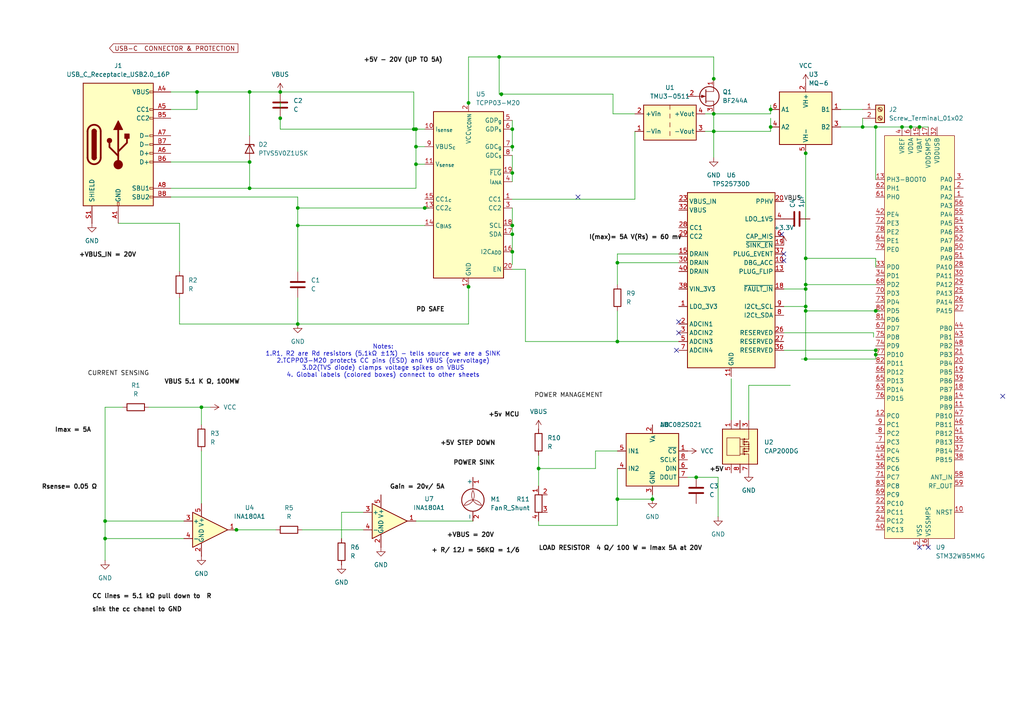
<source format=kicad_sch>
(kicad_sch (version 20250114) (generator "eeschema") (generator_version "9.0")
  (paper "A4")
  (lib_symbols
    (symbol "Amplifier_Current:INA180A1" (pin_names (offset 0.127))
      (property "Reference" "U" (at 3.81 3.81 0))
      (property "Value" "INA180A1" (at 3.81 -2.54 0))
      (symbol "INA180A1_0_1"
        (polyline (pts (xy 5.08 0) (xy -5.08 5.08) (xy -5.08 -5.08) (xy 5.08 0)) (stroke (width 0.254)) (fill (type background)))
      )
      (symbol "INA180A1_1_1"
        (pin input line (at -7.62 2.54 0) (length 2.54) (name "+") (number "3"))
        (pin input line (at -7.62 -2.54 0) (length 2.54) (name "-") (number "4"))
        (pin power_in line (at -2.54 7.62 270) (length 3.81) (name "V+") (number "5"))
        (pin power_in line (at -2.54 -7.62 90) (length 3.81) (name "GND") (number "2"))
        (pin output line (at 7.62 0 180) (length 2.54) (name "~") (number "1"))
      )
    )
    (symbol "Analog_ADC:ADC082S021"
      (property "Reference" "U" (at -7.874 8.89 0))
      (property "Value" "ADC082S021" (at 0.508 -9.144 0))
      (symbol "ADC082S021_0_1"
        (rectangle (start -7.62 7.62) (end 7.62 -7.62) (stroke (width 0.254)) (fill (type background)))
      )
      (symbol "ADC082S021_1_1"
        (pin input line (at -10.16 2.54 0) (length 2.54) (name "IN1") (number "5"))
        (pin input line (at -10.16 -2.54 0) (length 2.54) (name "IN2") (number "4"))
        (pin power_in line (at 0 10.16 270) (length 2.54) (name "V_{A}") (number "2"))
        (pin power_in line (at 0 -10.16 90) (length 2.54) (name "GND") (number "3"))
        (pin input line (at 10.16 2.54 180) (length 2.54) (name "~{CS}") (number "1"))
        (pin input line (at 10.16 0 180) (length 2.54) (name "SCLK") (number "8"))
        (pin input line (at 10.16 -2.54 180) (length 2.54) (name "DIN") (number "6"))
        (pin output line (at 10.16 -5.08 180) (length 2.54) (name "DOUT") (number "7"))
      )
    )
    (symbol "Connector:Screw_Terminal_01x02" (pin_names (offset 1.016) (hide yes))
      (property "Reference" "J" (at 0 2.54 0))
      (property "Value" "Screw_Terminal_01x02" (at 0 -5.08 0))
      (symbol "Screw_Terminal_01x02_1_1"
        (rectangle (start -1.27 1.27) (end 1.27 -3.81) (stroke (width 0.254)) (fill (type background)))
        (polyline (pts (xy -0.5334 0.3302) (xy 0.3302 -0.508)) (stroke (width 0.1524)))
        (polyline (pts (xy -0.5334 -2.2098) (xy 0.3302 -3.048)) (stroke (width 0.1524)))
        (polyline (pts (xy -0.3556 0.508) (xy 0.508 -0.3302)) (stroke (width 0.1524)))
        (polyline (pts (xy -0.3556 -2.032) (xy 0.508 -2.8702)) (stroke (width 0.1524)))
        (circle (center 0 0) (radius 0.635) (stroke (width 0.1524)))
        (circle (center 0 -2.54) (radius 0.635) (stroke (width 0.1524)))
        (pin passive line (at -5.08 0 0) (length 3.81) (name "Pin_1") (number "1"))
        (pin passive line (at -5.08 -2.54 0) (length 3.81) (name "Pin_2") (number "2"))
      )
    )
    (symbol "Connector:USB_C_Receptacle_USB2.0_16P" (pin_names (offset 1.016))
      (property "Reference" "J" (at 0 22.225 0))
      (property "Value" "USB_C_Receptacle_USB2.0_16P" (at 0 19.685 0))
      (symbol "USB_C_Receptacle_USB2.0_16P_0_0"
        (rectangle (start -0.254 -17.78) (end 0.254 -16.764))
        (rectangle (start 10.16 15.494) (end 9.144 14.986))
        (rectangle (start 10.16 10.414) (end 9.144 9.906))
        (rectangle (start 10.16 7.874) (end 9.144 7.366))
        (rectangle (start 10.16 2.794) (end 9.144 2.286))
        (rectangle (start 10.16 0.254) (end 9.144 -0.254))
        (rectangle (start 10.16 -2.286) (end 9.144 -2.794))
        (rectangle (start 10.16 -4.826) (end 9.144 -5.334))
        (rectangle (start 10.16 -12.446) (end 9.144 -12.954))
        (rectangle (start 10.16 -14.986) (end 9.144 -15.494))
      )
      (symbol "USB_C_Receptacle_USB2.0_16P_0_1"
        (rectangle (start -10.16 17.78) (end 10.16 -17.78) (stroke (width 0.254)) (fill (type background)))
        (polyline (pts (xy -8.89 -3.81) (xy -8.89 3.81)) (stroke (width 0.508)))
        (rectangle (start -7.62 -3.81) (end -6.35 3.81) (stroke (width 0.254)) (fill (type outline)))
        (arc (start -7.62 3.81) (mid -6.985 4.4423) (end -6.35 3.81) (stroke (width 0.254)))
        (arc (start -7.62 3.81) (mid -6.985 4.4423) (end -6.35 3.81) (stroke (width 0.254)) (fill (type outline)))
        (arc (start -8.89 3.81) (mid -6.985 5.7067) (end -5.08 3.81) (stroke (width 0.508)))
        (arc (start -5.08 -3.81) (mid -6.985 -5.7067) (end -8.89 -3.81) (stroke (width 0.508)))
        (arc (start -6.35 -3.81) (mid -6.985 -4.4423) (end -7.62 -3.81) (stroke (width 0.254)))
        (arc (start -6.35 -3.81) (mid -6.985 -4.4423) (end -7.62 -3.81) (stroke (width 0.254)) (fill (type outline)))
        (polyline (pts (xy -5.08 3.81) (xy -5.08 -3.81)) (stroke (width 0.508)))
        (circle (center -2.54 1.143) (radius 0.635) (stroke (width 0.254)) (fill (type outline)))
        (polyline (pts (xy -1.27 4.318) (xy 0 6.858) (xy 1.27 4.318) (xy -1.27 4.318)) (stroke (width 0.254)) (fill (type outline)))
        (polyline (pts (xy 0 -2.032) (xy 2.54 0.508) (xy 2.54 1.778)) (stroke (width 0.508)))
        (polyline (pts (xy 0 -3.302) (xy -2.54 -0.762) (xy -2.54 0.508)) (stroke (width 0.508)))
        (polyline (pts (xy 0 -5.842) (xy 0 4.318)) (stroke (width 0.508)))
        (circle (center 0 -5.842) (radius 1.27) (fill (type outline)))
        (rectangle (start 1.905 1.778) (end 3.175 3.048) (stroke (width 0.254)) (fill (type outline)))
      )
      (symbol "USB_C_Receptacle_USB2.0_16P_1_1"
        (pin passive line (at -7.62 -22.86 90) (length 5.08) (name "SHIELD") (number "S1"))
        (pin passive line (at 0 -22.86 90) (length 5.08) (name "GND") (number "A1"))
        (pin passive line (at 0 -22.86 90) (length 5.08) (hide yes) (name "GND") (number "A12"))
        (pin passive line (at 0 -22.86 90) (length 5.08) (hide yes) (name "GND") (number "B1"))
        (pin passive line (at 0 -22.86 90) (length 5.08) (hide yes) (name "GND") (number "B12"))
        (pin passive line (at 15.24 15.24 180) (length 5.08) (name "VBUS") (number "A4"))
        (pin passive line (at 15.24 15.24 180) (length 5.08) (hide yes) (name "VBUS") (number "A9"))
        (pin passive line (at 15.24 15.24 180) (length 5.08) (hide yes) (name "VBUS") (number "B4"))
        (pin passive line (at 15.24 15.24 180) (length 5.08) (hide yes) (name "VBUS") (number "B9"))
        (pin bidirectional line (at 15.24 10.16 180) (length 5.08) (name "CC1") (number "A5"))
        (pin bidirectional line (at 15.24 7.62 180) (length 5.08) (name "CC2") (number "B5"))
        (pin bidirectional line (at 15.24 2.54 180) (length 5.08) (name "D-") (number "A7"))
        (pin bidirectional line (at 15.24 0 180) (length 5.08) (name "D-") (number "B7"))
        (pin bidirectional line (at 15.24 -2.54 180) (length 5.08) (name "D+") (number "A6"))
        (pin bidirectional line (at 15.24 -5.08 180) (length 5.08) (name "D+") (number "B6"))
        (pin bidirectional line (at 15.24 -12.7 180) (length 5.08) (name "SBU1") (number "A8"))
        (pin bidirectional line (at 15.24 -15.24 180) (length 5.08) (name "SBU2") (number "B8"))
      )
    )
    (symbol "Converter_DCDC:TMU3-0511"
      (property "Reference" "U" (at -6.35 6.35 0))
      (property "Value" "TMU3-0511" (at 2.54 6.35 0))
      (symbol "TMU3-0511_0_0"
        (pin power_in line (at -10.16 2.54 0) (length 2.54) (name "+Vin") (number "2"))
        (pin power_in line (at -10.16 -2.54 0) (length 2.54) (name "-Vin") (number "1"))
        (pin power_out line (at 10.16 2.54 180) (length 2.54) (name "+Vout") (number "4"))
        (pin power_out line (at 10.16 -2.54 180) (length 2.54) (name "-Vout") (number "3"))
      )
      (symbol "TMU3-0511_0_1"
        (rectangle (start -7.62 5.08) (end 7.62 -5.08) (stroke (width 0.254)) (fill (type background)))
        (polyline (pts (xy 0 5.08) (xy 0 3.81)))
        (polyline (pts (xy 0 2.54) (xy 0 1.27)))
        (polyline (pts (xy 0 0) (xy 0 -1.27)))
        (polyline (pts (xy 0 -2.54) (xy 0 -3.81)))
      )
    )
    (symbol "Device:C" (pin_numbers (hide yes)) (pin_names (offset 0.254))
      (property "Reference" "C" (at 0.635 2.54 0))
      (property "Value" "C" (at 0.635 -2.54 0))
      (symbol "C_0_1"
        (polyline (pts (xy -2.032 0.762) (xy 2.032 0.762)) (stroke (width 0.508)))
        (polyline (pts (xy -2.032 -0.762) (xy 2.032 -0.762)) (stroke (width 0.508)))
      )
      (symbol "C_1_1"
        (pin passive line (at 0 3.81 270) (length 2.794) (name "~") (number "1"))
        (pin passive line (at 0 -3.81 90) (length 2.794) (name "~") (number "2"))
      )
    )
    (symbol "Device:R" (pin_numbers (hide yes)) (pin_names (offset 0))
      (property "Reference" "R" (at 2.032 0 90))
      (property "Value" "R" (at 0 0 90))
      (symbol "R_0_1"
        (rectangle (start -1.016 -2.54) (end 1.016 2.54) (stroke (width 0.254)))
      )
      (symbol "R_1_1"
        (pin passive line (at 0 3.81 270) (length 1.27) (name "~") (number "1"))
        (pin passive line (at 0 -3.81 90) (length 1.27) (name "~") (number "2"))
      )
    )
    (symbol "Device:R_Shunt" (pin_names (offset 0) (hide yes))
      (property "Reference" "R" (at -2.032 0 90))
      (property "Value" "R_Shunt" (at 0 0 90))
      (symbol "R_Shunt_0_1"
        (rectangle (start -1.016 -2.54) (end 1.016 2.54) (stroke (width 0.254)))
        (polyline (pts (xy 0 -2.54) (xy 1.27 -2.54)))
        (polyline (pts (xy 1.27 2.54) (xy 0 2.54)))
      )
      (symbol "R_Shunt_1_1"
        (pin passive line (at 0 5.08 270) (length 2.54) (name "~") (number "1"))
        (pin passive line (at 0 -5.08 90) (length 2.54) (name "~") (number "4"))
        (pin passive line (at 2.54 2.54 180) (length 1.27) (name "~") (number "2"))
        (pin passive line (at 2.54 -2.54 180) (length 1.27) (name "~") (number "3"))
      )
    )
    (symbol "Diode:PTVS5V0Z1USK" (pin_numbers (hide yes)) (pin_names (hide yes))
      (property "Reference" "D" (at 0 2.54 0))
      (property "Value" "PTVS5V0Z1USK" (at 0 -2.54 0))
      (symbol "PTVS5V0Z1USK_0_1"
        (polyline (pts (xy -1.27 -1.27) (xy -1.27 1.27) (xy -0.762 1.27)) (stroke (width 0.254)))
        (polyline (pts (xy 1.27 0) (xy -1.27 0)))
        (polyline (pts (xy 1.27 -1.27) (xy 1.27 1.27) (xy -1.27 0) (xy 1.27 -1.27)) (stroke (width 0.254)))
      )
      (symbol "PTVS5V0Z1USK_1_1"
        (pin passive line (at -3.81 0 0) (length 2.54) (name "K") (number "1"))
        (pin passive line (at 3.81 0 180) (length 2.54) (name "A") (number "2"))
      )
    )
    (symbol "Interface_USB:TCPP03-M20"
      (property "Reference" "U" (at 9.398 26.416 0))
      (property "Value" "TCPP03-M20" (at -10.16 26.416 0))
      (symbol "TCPP03-M20_0_1"
        (rectangle (start -10.16 25.4) (end 10.16 -22.86) (stroke (width 0.254)) (fill (type background)))
      )
      (symbol "TCPP03-M20_1_1"
        (pin input line (at -12.7 20.32 0) (length 2.54) (name "I_{sense}") (number "10"))
        (pin input line (at -12.7 15.24 0) (length 2.54) (name "VBUS_{c}") (number "9"))
        (pin input line (at -12.7 10.16 0) (length 2.54) (name "V_{sense}") (number "11"))
        (pin bidirectional line (at -12.7 0 0) (length 2.54) (name "CC1_{c}") (number "15"))
        (pin bidirectional line (at -12.7 -2.54 0) (length 2.54) (name "CC2_{c}") (number "13"))
        (pin output line (at -12.7 -7.62 0) (length 2.54) (name "C_{BIAS}") (number "14"))
        (pin power_in line (at 0 27.94 270) (length 2.54) (name "VCC_{VCONN}") (number "2"))
        (pin power_in line (at 0 -25.4 90) (length 2.54) (name "GND") (number "12"))
        (pin passive line (at 0 -25.4 90) (length 2.54) (hide yes) (name "GND") (number "21"))
        (pin output line (at 12.7 22.86 180) (length 2.54) (name "GDP_{g}") (number "5"))
        (pin input line (at 12.7 20.32 180) (length 2.54) (name "GDP_{s}") (number "6"))
        (pin output line (at 12.7 15.24 180) (length 2.54) (name "GDC_{g}") (number "7"))
        (pin input line (at 12.7 12.7 180) (length 2.54) (name "GDC_{s}") (number "8"))
        (pin open_collector line (at 12.7 7.62 180) (length 2.54) (name "~{FLG}") (number "19"))
        (pin output line (at 12.7 5.08 180) (length 2.54) (name "I_{ANA}") (number "4"))
        (pin bidirectional line (at 12.7 0 180) (length 2.54) (name "CC1") (number "1"))
        (pin bidirectional line (at 12.7 -2.54 180) (length 2.54) (name "CC2") (number "3"))
        (pin bidirectional line (at 12.7 -7.62 180) (length 2.54) (name "SCL") (number "18"))
        (pin bidirectional line (at 12.7 -10.16 180) (length 2.54) (name "SDA") (number "17"))
        (pin input line (at 12.7 -15.24 180) (length 2.54) (name "I2C_{ADD}") (number "16"))
        (pin input line (at 12.7 -20.32 180) (length 2.54) (name "EN") (number "20"))
      )
    )
    (symbol "Interface_USB:TPS25730D"
      (property "Reference" "U" (at -12.192 26.924 0))
      (property "Value" "TPS25730D" (at 7.874 -26.924 0))
      (symbol "TPS25730D_1_1"
        (rectangle (start -12.7 25.4) (end 12.7 -25.4) (stroke (width 0.254)) (fill (type background)))
        (pin power_in line (at -15.24 22.86 0) (length 2.54) (name "VBUS_IN") (number "23"))
        (pin power_in line (at -15.24 20.32 0) (length 2.54) (name "VBUS") (number "32"))
        (pin bidirectional line (at -15.24 15.24 0) (length 2.54) (name "CC1") (number "28"))
        (pin bidirectional line (at -15.24 12.7 0) (length 2.54) (name "CC2") (number "29"))
        (pin passive line (at -15.24 7.62 0) (length 2.54) (name "DRAIN") (number "15"))
        (pin passive line (at -15.24 5.08 0) (length 2.54) (name "DRAIN") (number "30"))
        (pin passive line (at -15.24 2.54 0) (length 2.54) (name "DRAIN") (number "40"))
        (pin power_in line (at -15.24 -2.54 0) (length 2.54) (name "VIN_3V3") (number "38"))
        (pin power_out line (at -15.24 -7.62 0) (length 2.54) (name "LDO_3V3") (number "1"))
        (pin input line (at -15.24 -12.7 0) (length 2.54) (name "ADCIN1") (number "2"))
        (pin input line (at -15.24 -15.24 0) (length 2.54) (name "ADCIN2") (number "3"))
        (pin input line (at -15.24 -17.78 0) (length 2.54) (name "ADCIN3") (number "5"))
        (pin input line (at -15.24 -20.32 0) (length 2.54) (name "ADCIN4") (number "7"))
        (pin power_in line (at 0 -27.94 90) (length 2.54) (name "GND") (number "11"))
        (pin passive line (at 0 -27.94 90) (length 2.54) (hide yes) (name "GND") (number "12"))
        (pin passive line (at 0 -27.94 90) (length 2.54) (hide yes) (name "GND") (number "14"))
        (pin passive line (at 0 -27.94 90) (length 2.54) (hide yes) (name "GND") (number "16"))
        (pin passive line (at 0 -27.94 90) (length 2.54) (hide yes) (name "GND") (number "17"))
        (pin passive line (at 0 -27.94 90) (length 2.54) (hide yes) (name "GND") (number "31"))
        (pin passive line (at 0 -27.94 90) (length 2.54) (hide yes) (name "GND") (number "34"))
        (pin passive line (at 0 -27.94 90) (length 2.54) (hide yes) (name "GND") (number "39"))
        (pin bidirectional line (at 15.24 22.86 180) (length 2.54) (name "PPHV") (number "20"))
        (pin output line (at 15.24 17.78 180) (length 2.54) (name "LDO_1V5") (number "4"))
        (pin open_collector line (at 15.24 12.7 180) (length 2.54) (name "CAP_MIS") (number "6"))
        (pin open_collector line (at 15.24 10.16 180) (length 2.54) (name "~{SINK_EN}") (number "19"))
        (pin open_collector line (at 15.24 7.62 180) (length 2.54) (name "PLUG_EVENT") (number "37"))
        (pin open_collector line (at 15.24 5.08 180) (length 2.54) (name "DBG_ACC") (number "10"))
        (pin open_collector line (at 15.24 2.54 180) (length 2.54) (name "PLUG_FLIP") (number "13"))
        (pin input line (at 15.24 -2.54 180) (length 2.54) (name "~{FAULT_IN}") (number "18"))
        (pin input line (at 15.24 -7.62 180) (length 2.54) (name "I2Ct_SCL") (number "9"))
        (pin bidirectional line (at 15.24 -10.16 180) (length 2.54) (name "I2Ct_SDA") (number "8"))
        (pin input line (at 15.24 -15.24 180) (length 2.54) (name "RESERVED") (number "26"))
        (pin input line (at 15.24 -17.78 180) (length 2.54) (name "RESERVED") (number "27"))
        (pin input line (at 15.24 -20.32 180) (length 2.54) (name "RESERVED") (number "36"))
      )
    )
    (symbol "Motor:Fan" (pin_names (offset 0))
      (property "Reference" "M" (at 2.54 5.08 0))
      (property "Value" "Fan" (at 2.54 -2.54 0))
      (symbol "Fan_0_1"
        (arc (start 0 3.81) (mid -0.0015 0.9048) (end -2.54 -0.508))
        (polyline (pts (xy 0 4.572) (xy 0 5.08)))
        (polyline (pts (xy 0 4.2672) (xy 0 4.6228)))
        (circle (center 0 1.016) (radius 3.2512) (stroke (width 0.254)))
        (arc (start -2.54 -0.508) (mid 0 1.0618) (end 2.54 -0.508))
        (polyline (pts (xy 0 -2.2352) (xy 0 -2.6416)))
        (polyline (pts (xy 0 -5.08) (xy 0 -4.572)))
        (arc (start 2.54 -0.508) (mid 0.047 0.9315) (end 0 3.81))
      )
      (symbol "Fan_1_1"
        (pin passive line (at 0 7.62 270) (length 2.54) (name "+") (number "1"))
        (pin passive line (at 0 -5.08 90) (length 2.54) (name "-") (number "2"))
      )
    )
    (symbol "Power_Management:CAP200DG" (pin_names (offset 1.27))
      (property "Reference" "U" (at 3.81 8.89 0))
      (property "Value" "CAP200DG" (at 3.81 6.35 0))
      (symbol "CAP200DG_0_1"
        (rectangle (start -5.08 5.08) (end 5.08 -5.08) (stroke (width 0.254)) (fill (type background)))
        (rectangle (start -3.81 2.54) (end 0 -2.54))
        (polyline (pts (xy 0.889 2.286) (xy 0.889 0.508)))
        (polyline (pts (xy 0.889 2.159) (xy 0 2.159)))
        (polyline (pts (xy 0.889 -0.508) (xy 0.889 -2.286)))
        (polyline (pts (xy 0.889 -2.159) (xy 0 -2.159)))
        (polyline (pts (xy 1.27 2.286) (xy 1.27 2.032) (xy 1.27 2.032)) (stroke (width 0.3556)))
        (polyline (pts (xy 1.27 2.159) (xy 2.54 2.159)))
        (polyline (pts (xy 1.27 1.524) (xy 1.27 1.27) (xy 1.27 1.27)) (stroke (width 0.3556)))
        (polyline (pts (xy 1.27 0.762) (xy 1.27 0.508) (xy 1.27 0.508)) (stroke (width 0.3556)))
        (polyline (pts (xy 1.27 -1.27) (xy 1.27 -1.524) (xy 1.27 -1.524)) (stroke (width 0.3556)))
        (polyline (pts (xy 1.27 -2.032) (xy 1.27 -2.286) (xy 1.27 -2.286)) (stroke (width 0.3556)))
        (polyline (pts (xy 1.27 -2.159) (xy 2.54 -2.159)))
        (polyline (pts (xy 1.397 1.397) (xy 2.54 1.397) (xy 2.54 0.635)))
        (polyline (pts (xy 1.397 -0.635) (xy 2.54 -0.635) (xy 2.54 0.635) (xy 1.397 0.635)))
        (polyline (pts (xy 1.397 -1.397) (xy 2.54 -1.397) (xy 2.54 -0.635)))
        (polyline (pts (xy 1.524 1.397) (xy 2.032 1.524) (xy 2.032 1.27) (xy 1.524 1.397)))
        (polyline (pts (xy 1.524 -1.397) (xy 2.032 -1.27) (xy 2.032 -1.524) (xy 1.524 -1.397)))
        (polyline (pts (xy 2.413 0) (xy 0 0)))
        (polyline (pts (xy 2.54 2.159) (xy 2.54 5.08) (xy 2.54 3.175)))
        (circle (center 2.54 0.635) (radius 0.127))
        (circle (center 2.54 0) (radius 0.127))
        (circle (center 2.54 -0.635) (radius 0.127))
        (polyline (pts (xy 2.54 -2.159) (xy 2.54 -5.08)))
      )
      (symbol "CAP200DG_1_1"
        (polyline (pts (xy 1.27 -0.508) (xy 1.27 -0.762)) (stroke (width 0.3556)))
        (pin passive line (at -2.54 7.62 270) (length 2.54) (name "~") (number "1"))
        (pin passive line (at -2.54 -7.62 90) (length 2.54) (name "~") (number "5"))
        (pin passive line (at 0 7.62 270) (length 2.54) (name "~") (number "4"))
        (pin passive line (at 0 -7.62 90) (length 2.54) (name "~") (number "8"))
        (pin passive line (at 2.54 7.62 270) (length 2.54) (hide yes) (name "~") (number "2"))
        (pin passive line (at 2.54 7.62 270) (length 2.54) (name "~") (number "3"))
        (pin passive line (at 2.54 -7.62 90) (length 2.54) (hide yes) (name "~") (number "6"))
        (pin passive line (at 2.54 -7.62 90) (length 2.54) (name "~") (number "7"))
      )
    )
    (symbol "RF_Module:STM32WB5MMG"
      (property "Reference" "U" (at 7.62 59.69 0))
      (property "Value" "STM32WB5MMG" (at 10.16 -59.69 0))
      (symbol "STM32WB5MMG_1_1"
        (rectangle (start -10.16 58.42) (end 10.16 -58.42) (fill (type background)))
        (pin bidirectional line (at -12.7 45.72 0) (length 2.54) (name "PH3-BOOT0") (number "13"))
        (pin bidirectional line (at -12.7 43.18 0) (length 2.54) (name "PH1") (number "62"))
        (pin bidirectional line (at -12.7 40.64 0) (length 2.54) (name "PH0") (number "61"))
        (pin bidirectional line (at -12.7 35.56 0) (length 2.54) (name "PE4") (number "42"))
        (pin bidirectional line (at -12.7 33.02 0) (length 2.54) (name "PE3") (number "72"))
        (pin bidirectional line (at -12.7 30.48 0) (length 2.54) (name "PE2") (number "78"))
        (pin bidirectional line (at -12.7 27.94 0) (length 2.54) (name "PE1") (number "64"))
        (pin bidirectional line (at -12.7 25.4 0) (length 2.54) (name "PE0") (number "79"))
        (pin bidirectional line (at -12.7 20.32 0) (length 2.54) (name "PD0") (number "33"))
        (pin bidirectional line (at -12.7 17.78 0) (length 2.54) (name "PD1") (number "34"))
        (pin bidirectional line (at -12.7 15.24 0) (length 2.54) (name "PD2") (number "68"))
        (pin bidirectional line (at -12.7 12.7 0) (length 2.54) (name "PD3") (number "70"))
        (pin bidirectional line (at -12.7 10.16 0) (length 2.54) (name "PD4") (number "73"))
        (pin bidirectional line (at -12.7 7.62 0) (length 2.54) (name "PD5") (number "80"))
        (pin bidirectional line (at -12.7 5.08 0) (length 2.54) (name "PD6") (number "81"))
        (pin bidirectional line (at -12.7 2.54 0) (length 2.54) (name "PD7") (number "67"))
        (pin bidirectional line (at -12.7 0 0) (length 2.54) (name "PD8") (number "75"))
        (pin bidirectional line (at -12.7 -2.54 0) (length 2.54) (name "PD9") (number "74"))
        (pin bidirectional line (at -12.7 -5.08 0) (length 2.54) (name "PD10") (number "77"))
        (pin bidirectional line (at -12.7 -7.62 0) (length 2.54) (name "PD11") (number "82"))
        (pin bidirectional line (at -12.7 -10.16 0) (length 2.54) (name "PD12") (number "66"))
        (pin bidirectional line (at -12.7 -12.7 0) (length 2.54) (name "PD13") (number "65"))
        (pin bidirectional line (at -12.7 -15.24 0) (length 2.54) (name "PD14") (number "63"))
        (pin bidirectional line (at -12.7 -17.78 0) (length 2.54) (name "PD15") (number "76"))
        (pin bidirectional line (at -12.7 -22.86 0) (length 2.54) (name "PC0") (number "12"))
        (pin bidirectional line (at -12.7 -25.4 0) (length 2.54) (name "PC1") (number "9"))
        (pin bidirectional line (at -12.7 -27.94 0) (length 2.54) (name "PC2") (number "8"))
        (pin bidirectional line (at -12.7 -30.48 0) (length 2.54) (name "PC3") (number "7"))
        (pin bidirectional line (at -12.7 -33.02 0) (length 2.54) (name "PC4") (number "49"))
        (pin bidirectional line (at -12.7 -35.56 0) (length 2.54) (name "PC5") (number "45"))
        (pin bidirectional line (at -12.7 -38.1 0) (length 2.54) (name "PC6") (number "36"))
        (pin bidirectional line (at -12.7 -40.64 0) (length 2.54) (name "PC7") (number "71"))
        (pin bidirectional line (at -12.7 -43.18 0) (length 2.54) (name "PC8") (number "83"))
        (pin bidirectional line (at -12.7 -45.72 0) (length 2.54) (name "PC9") (number "69"))
        (pin bidirectional line (at -12.7 -48.26 0) (length 2.54) (name "PC10") (number "22"))
        (pin bidirectional line (at -12.7 -50.8 0) (length 2.54) (name "PC11") (number "23"))
        (pin bidirectional line (at -12.7 -53.34 0) (length 2.54) (name "PC12") (number "24"))
        (pin bidirectional line (at -12.7 -55.88 0) (length 2.54) (name "PC13") (number "40"))
        (pin input line (at -5.08 60.96 270) (length 2.54) (name "VREF") (number "4"))
        (pin power_in line (at -2.54 60.96 270) (length 2.54) (name "VDDA") (number "6"))
        (pin power_in line (at 0 60.96 270) (length 2.54) (name "VBAT") (number "15"))
        (pin passive line (at 0 -60.96 90) (length 2.54) (hide yes) (name "VSS") (number "31"))
        (pin power_in line (at 0 -60.96 90) (length 2.54) (name "VSS") (number "5"))
        (pin passive line (at 0 -60.96 90) (length 2.54) (hide yes) (name "VSS") (number "57"))
        (pin passive line (at 0 -60.96 90) (length 2.54) (hide yes) (name "VSS") (number "60"))
        (pin passive line (at 0 -60.96 90) (length 2.54) (hide yes) (name "VSS") (number "84"))
        (pin passive line (at 0 -60.96 90) (length 2.54) (hide yes) (name "VSS") (number "86"))
        (pin power_in line (at 2.54 60.96 270) (length 2.54) (name "VDDSMPS") (number "17"))
        (pin power_in line (at 2.54 -60.96 90) (length 2.54) (name "VSSSMPS") (number "16"))
        (pin power_in line (at 5.08 60.96 270) (length 2.54) (name "VDDUSB") (number "32"))
        (pin no_connect line (at 10.16 -45.72 180) (length 2.54) (hide yes) (name "ANT_NC") (number "85"))
        (pin bidirectional line (at 12.7 45.72 180) (length 2.54) (name "PA0") (number "3"))
        (pin bidirectional line (at 12.7 43.18 180) (length 2.54) (name "PA1") (number "2"))
        (pin bidirectional line (at 12.7 40.64 180) (length 2.54) (name "PA2") (number "1"))
        (pin bidirectional line (at 12.7 38.1 180) (length 2.54) (name "PA3") (number "56"))
        (pin bidirectional line (at 12.7 35.56 180) (length 2.54) (name "PA4") (number "55"))
        (pin bidirectional line (at 12.7 33.02 180) (length 2.54) (name "PA5") (number "54"))
        (pin bidirectional line (at 12.7 30.48 180) (length 2.54) (name "PA6") (number "53"))
        (pin bidirectional line (at 12.7 27.94 180) (length 2.54) (name "PA7") (number "52"))
        (pin bidirectional line (at 12.7 25.4 180) (length 2.54) (name "PA8") (number "50"))
        (pin bidirectional line (at 12.7 22.86 180) (length 2.54) (name "PA9") (number "51"))
        (pin bidirectional line (at 12.7 20.32 180) (length 2.54) (name "PA10") (number "28"))
        (pin bidirectional line (at 12.7 17.78 180) (length 2.54) (name "PA11") (number "30"))
        (pin bidirectional line (at 12.7 15.24 180) (length 2.54) (name "PA12") (number "29"))
        (pin bidirectional line (at 12.7 12.7 180) (length 2.54) (name "PA13") (number "25"))
        (pin bidirectional line (at 12.7 10.16 180) (length 2.54) (name "PA14") (number "26"))
        (pin bidirectional line (at 12.7 7.62 180) (length 2.54) (name "PA15") (number "27"))
        (pin bidirectional line (at 12.7 2.54 180) (length 2.54) (name "PB0") (number "44"))
        (pin bidirectional line (at 12.7 0 180) (length 2.54) (name "PB1") (number "43"))
        (pin bidirectional line (at 12.7 -2.54 180) (length 2.54) (name "PB2") (number "48"))
        (pin bidirectional line (at 12.7 -5.08 180) (length 2.54) (name "PB3") (number "21"))
        (pin bidirectional line (at 12.7 -7.62 180) (length 2.54) (name "PB4") (number "20"))
        (pin bidirectional line (at 12.7 -10.16 180) (length 2.54) (name "PB5") (number "19"))
        (pin bidirectional line (at 12.7 -12.7 180) (length 2.54) (name "PB6") (number "39"))
        (pin bidirectional line (at 12.7 -15.24 180) (length 2.54) (name "PB7") (number "18"))
        (pin bidirectional line (at 12.7 -17.78 180) (length 2.54) (name "PB8") (number "14"))
        (pin bidirectional line (at 12.7 -20.32 180) (length 2.54) (name "PB9") (number "11"))
        (pin bidirectional line (at 12.7 -22.86 180) (length 2.54) (name "PB10") (number "47"))
        (pin bidirectional line (at 12.7 -25.4 180) (length 2.54) (name "PB11") (number "46"))
        (pin bidirectional line (at 12.7 -27.94 180) (length 2.54) (name "PB12") (number "41"))
        (pin bidirectional line (at 12.7 -30.48 180) (length 2.54) (name "PB13") (number "35"))
        (pin bidirectional line (at 12.7 -33.02 180) (length 2.54) (name "PB14") (number "37"))
        (pin bidirectional line (at 12.7 -35.56 180) (length 2.54) (name "PB15") (number "38"))
        (pin passive line (at 12.7 -40.64 180) (length 2.54) (name "ANT_IN") (number "58"))
        (pin passive line (at 12.7 -43.18 180) (length 2.54) (name "RF_OUT") (number "59"))
        (pin input line (at 12.7 -50.8 180) (length 2.54) (name "NRST") (number "10"))
      )
    )
    (symbol "Sensor_Gas:MQ-6"
      (property "Reference" "U" (at -6.35 8.89 0))
      (property "Value" "MQ-6" (at 3.81 8.89 0))
      (symbol "MQ-6_0_1"
        (rectangle (start -7.62 7.62) (end 7.62 -7.62) (stroke (width 0.254)) (fill (type background)))
      )
      (symbol "MQ-6_1_1"
        (pin passive line (at -10.16 2.54 0) (length 2.54) (name "A1") (number "6"))
        (pin passive line (at -10.16 -2.54 0) (length 2.54) (name "A2") (number "4"))
        (pin power_in line (at 0 10.16 270) (length 2.54) (name "VH+") (number "2"))
        (pin power_in line (at 0 -10.16 90) (length 2.54) (name "VH-") (number "5"))
        (pin passive line (at 10.16 2.54 180) (length 2.54) (name "B1") (number "1"))
        (pin passive line (at 10.16 -2.54 180) (length 2.54) (name "B2") (number "3"))
      )
    )
    (symbol "Transistor_FET:BF244A" (pin_names (hide yes))
      (property "Reference" "Q" (at 5.08 1.905 0))
      (property "Value" "BF244A" (at 5.08 0 0))
      (symbol "BF244A_0_1"
        (polyline (pts (xy 0 0) (xy -1.016 0.381) (xy -1.016 -0.381) (xy 0 0)) (fill (type outline)))
        (polyline (pts (xy 0.254 1.905) (xy 0.254 -1.905)) (stroke (width 0.254)))
        (polyline (pts (xy 0.254 0) (xy -2.54 0)))
        (circle (center 1.27 0) (radius 2.8194) (stroke (width 0.254)))
        (polyline (pts (xy 2.54 2.54) (xy 2.54 1.397) (xy 0.254 1.397)))
        (polyline (pts (xy 2.54 -2.54) (xy 2.54 -1.397) (xy 0.254 -1.397)))
      )
      (symbol "BF244A_1_1"
        (pin input line (at -5.08 0 0) (length 2.54) (name "G") (number "2"))
        (pin passive line (at 2.54 5.08 270) (length 2.54) (name "D") (number "1"))
        (pin passive line (at 2.54 -5.08 90) (length 2.54) (name "S") (number "3"))
      )
    )
    (symbol "power:+3.3V" (power) (pin_numbers (hide yes)) (pin_names (offset 0) (hide yes))
      (property "Value" "+3.3V" (at 0 3.556 0))
      (symbol "+3.3V_0_1"
        (polyline (pts (xy -0.762 1.27) (xy 0 2.54)))
        (polyline (pts (xy 0 2.54) (xy 0.762 1.27)))
        (polyline (pts (xy 0 0) (xy 0 2.54)))
      )
      (symbol "+3.3V_1_1"
        (pin power_in line (at 0 0 90) (length 0) (name "~") (number "1"))
      )
    )
    (symbol "power:GND" (power) (pin_numbers (hide yes)) (pin_names (offset 0) (hide yes))
      (property "Value" "GND" (at 0 -3.81 0))
      (symbol "GND_0_1"
        (polyline (pts (xy 0 0) (xy 0 -1.27) (xy 1.27 -1.27) (xy 0 -2.54) (xy -1.27 -1.27) (xy 0 -1.27)))
      )
      (symbol "GND_1_1"
        (pin power_in line (at 0 0 270) (length 0) (name "~") (number "1"))
      )
    )
    (symbol "power:VBUS" (power) (pin_numbers (hide yes)) (pin_names (offset 0) (hide yes))
      (property "Value" "VBUS" (at 0 3.556 0))
      (symbol "VBUS_0_1"
        (polyline (pts (xy -0.762 1.27) (xy 0 2.54)))
        (polyline (pts (xy 0 2.54) (xy 0.762 1.27)))
        (polyline (pts (xy 0 0) (xy 0 2.54)))
      )
      (symbol "VBUS_1_1"
        (pin power_in line (at 0 0 90) (length 0) (name "~") (number "1"))
      )
    )
    (symbol "power:VCC" (power) (pin_numbers (hide yes)) (pin_names (offset 0) (hide yes))
      (property "Value" "VCC" (at 0 3.556 0))
      (symbol "VCC_0_1"
        (polyline (pts (xy -0.762 1.27) (xy 0 2.54)))
        (polyline (pts (xy 0 2.54) (xy 0.762 1.27)))
        (polyline (pts (xy 0 0) (xy 0 2.54)))
      )
      (symbol "VCC_1_1"
        (pin power_in line (at 0 0 90) (length 0) (name "~") (number "1"))
      )
    )
  )
  (text "Notes:\n1.R1, R2 are Rd resistors (5.1kΩ ±1%) - tells source we are a SINK\n2.TCPP03-M20 protects CC pins (ESD) and VBUS (overvoltage)\n3.D2(TVS diode) clamps voltage spikes on VBUS\n4. Global labels (colored boxes) connect to other sheets\n" (at 111.125 104.775 0) (effects (font (size 1.27 1.27))))
  (junction (at 223.52 36.83))
  (junction (at 144.78 16.51))
  (junction (at 264.16 36.83))
  (junction (at 254 102.87))
  (junction (at 86.36 93.98))
  (junction (at 81.28 34.29))
  (junction (at 179.07 76.2))
  (junction (at 58.42 118.11))
  (junction (at 148.59 37.465))
  (junction (at 120.65 37.465))
  (junction (at 250.19 36.83))
  (junction (at 266.7 36.83))
  (junction (at 145.415 27.305))
  (junction (at 148.59 65.405))
  (junction (at 72.39 26.67))
  (junction (at 233.68 104.14))
  (junction (at 57.15 26.67))
  (junction (at 156.21 135.89))
  (junction (at 233.68 88.9))
  (junction (at 207.01 33.02))
  (junction (at 148.59 50.165))
  (junction (at 68.58 153.67))
  (junction (at 30.48 151.13))
  (junction (at 72.39 46.99))
  (junction (at 189.23 144.78))
  (junction (at 254 90.17))
  (junction (at 30.48 156.21))
  (junction (at 233.68 44.45))
  (junction (at 233.68 90.17))
  (junction (at 72.39 54.61))
  (junction (at 81.28 26.67))
  (junction (at 148.59 67.945))
  (junction (at 135.89 83.185))
  (junction (at 207.01 38.1))
  (junction (at 261.62 36.83))
  (junction (at 207.01 22.86))
  (junction (at 120.65 47.625))
  (junction (at 223.52 31.75))
  (junction (at 179.07 99.06))
  (junction (at 201.93 138.43))
  (junction (at 254 101.6))
  (junction (at 86.36 65.405))
  (junction (at 254 36.83))
  (junction (at 179.07 144.78))
  (junction (at 86.36 60.325))
  (junction (at 233.68 83.82))
  (junction (at 135.89 29.845))
  (junction (at 120.65 42.545))
  (junction (at 123.19 60.325))
  (junction (at 148.59 42.545))
  (junction (at 233.68 74.93))
  (junction (at 148.59 73.025))
  (junction (at 120.015 37.465))
  (junction (at 233.68 82.55))
  (no_connect (at 196.85 96.52))
  (no_connect (at 227.33 73.66))
  (no_connect (at 196.215 101.6))
  (no_connect (at 290.83 114.935))
  (no_connect (at 227.33 75.565))
  (no_connect (at 167.64 57.15))
  (no_connect (at 266.7 158.75))
  (no_connect (at 269.24 158.75))
  (no_connect (at 196.85 93.345))
  (no_connect (at 226.695 67.945))
  (wire (pts (xy 233.68 74.93) (xy 233.68 82.55)))
  (wire (pts (xy 120.65 151.13) (xy 137.16 151.13)))
  (wire (pts (xy 207.01 33.02) (xy 223.52 33.02)))
  (wire (pts (xy 233.68 90.17) (xy 233.68 104.14)))
  (wire (pts (xy 72.39 46.99) (xy 72.39 54.61)))
  (wire (pts (xy 58.42 118.11) (xy 58.42 123.19)))
  (wire (pts (xy 144.78 16.51) (xy 144.78 27.305)))
  (wire (pts (xy 68.58 153.67) (xy 80.01 153.67)))
  (wire (pts (xy 233.68 82.55) (xy 254 82.55)))
  (wire (pts (xy 81.28 37.465) (xy 120.015 37.465)))
  (wire (pts (xy 199.39 138.43) (xy 201.93 138.43)))
  (wire (pts (xy 201.93 138.43) (xy 208.28 138.43)))
  (wire (pts (xy 86.36 57.15) (xy 86.36 60.325)))
  (wire (pts (xy 30.48 156.21) (xy 53.34 156.21)))
  (wire (pts (xy 148.59 67.945) (xy 148.59 73.025)))
  (wire (pts (xy 223.52 36.83) (xy 223.52 38.1)))
  (wire (pts (xy 223.52 34.29) (xy 223.52 36.83)))
  (wire (pts (xy 86.36 93.98) (xy 135.89 93.98)))
  (wire (pts (xy 86.36 86.36) (xy 86.36 93.98)))
  (wire (pts (xy 233.68 90.17) (xy 254 90.17)))
  (wire (pts (xy 223.52 31.75) (xy 223.52 33.02)))
  (wire (pts (xy 204.47 33.02) (xy 207.01 33.02)))
  (wire (pts (xy 53.34 151.13) (xy 30.48 151.13)))
  (wire (pts (xy 217.17 121.92) (xy 217.17 111.76)))
  (wire (pts (xy 120.65 47.625) (xy 123.19 47.625)))
  (wire (pts (xy 233.68 104.14) (xy 254 104.14)))
  (wire (pts (xy 72.39 26.67) (xy 81.28 26.67)))
  (wire (pts (xy 254 90.17) (xy 255.27 90.17)))
  (wire (pts (xy 179.07 152.4) (xy 156.21 152.4)))
  (wire (pts (xy 254 36.83) (xy 261.62 36.83)))
  (wire (pts (xy 233.68 74.93) (xy 254 74.93)))
  (wire (pts (xy 57.15 26.67) (xy 57.15 31.75)))
  (wire (pts (xy 184.15 38.1) (xy 184.15 57.785)))
  (wire (pts (xy 207.01 16.51) (xy 207.01 22.86)))
  (wire (pts (xy 52.07 64.77) (xy 52.07 78.74)))
  (wire (pts (xy 148.59 78.105) (xy 152.4 78.105)))
  (wire (pts (xy 58.42 118.11) (xy 60.96 118.11)))
  (wire (pts (xy 196.85 73.66) (xy 179.07 73.66)))
  (wire (pts (xy 179.07 76.2) (xy 196.85 76.2)))
  (wire (pts (xy 212.09 109.855) (xy 212.09 121.92)))
  (wire (pts (xy 179.07 90.17) (xy 179.07 99.06)))
  (wire (pts (xy 148.59 73.025) (xy 148.59 76.835)))
  (wire (pts (xy 233.68 88.9) (xy 233.68 90.17)))
  (wire (pts (xy 86.36 60.325) (xy 123.19 60.325)))
  (wire (pts (xy 120.65 37.465) (xy 123.19 37.465)))
  (wire (pts (xy 156.21 132.08) (xy 156.21 135.89)))
  (wire (pts (xy 67.31 153.67) (xy 68.58 153.67)))
  (wire (pts (xy 250.19 36.83) (xy 254 36.83)))
  (wire (pts (xy 250.19 34.29) (xy 250.19 36.83)))
  (wire (pts (xy 207.01 38.1) (xy 207.01 45.72)))
  (wire (pts (xy 135.89 30.48) (xy 135.89 29.845)))
  (wire (pts (xy 207.01 22.86) (xy 207.01 24.13)))
  (wire (pts (xy 243.84 31.75) (xy 250.19 31.75)))
  (wire (pts (xy 189.23 143.51) (xy 189.23 144.78)))
  (wire (pts (xy 179.07 73.66) (xy 179.07 76.2)))
  (wire (pts (xy 86.36 65.405) (xy 123.19 65.405)))
  (wire (pts (xy 179.07 130.81) (xy 172.72 130.81)))
  (wire (pts (xy 152.4 99.06) (xy 179.07 99.06)))
  (wire (pts (xy 227.33 83.82) (xy 233.68 83.82)))
  (wire (pts (xy 204.47 38.1) (xy 207.01 38.1)))
  (wire (pts (xy 120.65 42.545) (xy 120.65 37.465)))
  (wire (pts (xy 120.65 47.625) (xy 120.65 42.545)))
  (wire (pts (xy 49.53 46.99) (xy 72.39 46.99)))
  (wire (pts (xy 156.21 152.4) (xy 156.21 151.13)))
  (wire (pts (xy 243.84 36.83) (xy 250.19 36.83)))
  (wire (pts (xy 254 102.87) (xy 254 104.14)))
  (wire (pts (xy 72.39 54.61) (xy 120.65 54.61)))
  (wire (pts (xy 148.59 65.405) (xy 148.59 67.945)))
  (wire (pts (xy 254 36.83) (xy 254 52.07)))
  (wire (pts (xy 120.015 26.67) (xy 120.015 37.465)))
  (wire (pts (xy 87.63 153.67) (xy 105.41 153.67)))
  (wire (pts (xy 266.7 36.83) (xy 269.24 36.83)))
  (wire (pts (xy 177.8 33.02) (xy 184.15 33.02)))
  (wire (pts (xy 189.23 144.78) (xy 179.07 144.78)))
  (wire (pts (xy 208.28 138.43) (xy 208.28 149.86)))
  (wire (pts (xy 254 74.93) (xy 254 77.47)))
  (wire (pts (xy 81.28 34.29) (xy 81.28 37.465)))
  (wire (pts (xy 254 101.6) (xy 254 102.87)))
  (wire (pts (xy 120.015 37.465) (xy 120.65 37.465)))
  (wire (pts (xy 177.8 27.305) (xy 177.8 33.02)))
  (wire (pts (xy 148.59 50.165) (xy 148.59 45.085)))
  (wire (pts (xy 227.33 88.9) (xy 233.68 88.9)))
  (wire (pts (xy 145.415 27.305) (xy 177.8 27.305)))
  (wire (pts (xy 52.07 93.98) (xy 86.36 93.98)))
  (wire (pts (xy 52.07 86.36) (xy 52.07 93.98)))
  (wire (pts (xy 57.15 26.67) (xy 72.39 26.67)))
  (wire (pts (xy 135.89 16.51) (xy 144.78 16.51)))
  (wire (pts (xy 227.33 96.52) (xy 253.365 96.52)))
  (wire (pts (xy 86.36 65.405) (xy 86.36 78.74)))
  (wire (pts (xy 57.15 31.75) (xy 49.53 31.75)))
  (wire (pts (xy 148.59 57.785) (xy 184.15 57.785)))
  (wire (pts (xy 72.39 39.37) (xy 72.39 26.67)))
  (wire (pts (xy 233.68 44.45) (xy 233.68 74.93)))
  (wire (pts (xy 264.16 36.83) (xy 266.7 36.83)))
  (wire (pts (xy 135.89 93.98) (xy 135.89 83.185)))
  (wire (pts (xy 172.72 130.81) (xy 172.72 135.89)))
  (wire (pts (xy 120.65 54.61) (xy 120.65 47.625)))
  (wire (pts (xy 105.41 148.59) (xy 99.06 148.59)))
  (wire (pts (xy 179.07 76.2) (xy 179.07 82.55)))
  (wire (pts (xy 35.56 118.11) (xy 30.48 118.11)))
  (wire (pts (xy 217.17 111.76) (xy 229.235 111.76)))
  (wire (pts (xy 34.29 64.77) (xy 52.07 64.77)))
  (wire (pts (xy 152.4 78.105) (xy 152.4 99.06)))
  (wire (pts (xy 145.415 27.305) (xy 145.415 27.94)))
  (wire (pts (xy 81.28 26.67) (xy 120.015 26.67)))
  (wire (pts (xy 81.28 26.67) (xy 81.28 34.29)))
  (wire (pts (xy 30.48 151.13) (xy 30.48 156.21)))
  (wire (pts (xy 144.78 16.51) (xy 207.01 16.51)))
  (wire (pts (xy 49.53 26.67) (xy 57.15 26.67)))
  (wire (pts (xy 49.53 54.61) (xy 72.39 54.61)))
  (wire (pts (xy 207.01 33.02) (xy 207.01 38.1)))
  (wire (pts (xy 261.62 36.83) (xy 264.16 36.83)))
  (wire (pts (xy 135.89 83.185) (xy 135.89 82.55)))
  (wire (pts (xy 172.72 135.89) (xy 156.21 135.89)))
  (wire (pts (xy 179.07 135.89) (xy 179.07 144.78)))
  (wire (pts (xy 207.01 38.1) (xy 223.52 38.1)))
  (wire (pts (xy 30.48 118.11) (xy 30.48 151.13)))
  (wire (pts (xy 254 101.6) (xy 254.635 101.6)))
  (wire (pts (xy 233.68 43.18) (xy 233.68 44.45)))
  (wire (pts (xy 86.36 60.325) (xy 86.36 65.405)))
  (wire (pts (xy 148.59 34.925) (xy 148.59 37.465)))
  (wire (pts (xy 123.19 42.545) (xy 120.65 42.545)))
  (wire (pts (xy 49.53 57.15) (xy 86.36 57.15)))
  (wire (pts (xy 30.48 156.21) (xy 30.48 162.56)))
  (wire (pts (xy 233.68 83.82) (xy 233.68 88.9)))
  (wire (pts (xy 144.78 27.305) (xy 145.415 27.305)))
  (wire (pts (xy 58.42 130.81) (xy 58.42 146.05)))
  (wire (pts (xy 227.33 101.6) (xy 254 101.6)))
  (wire (pts (xy 135.89 29.845) (xy 135.89 16.51)))
  (wire (pts (xy 43.18 118.11) (xy 58.42 118.11)))
  (wire (pts (xy 223.52 30.48) (xy 223.52 31.75)))
  (wire (pts (xy 233.68 104.14) (xy 232.41 104.14)))
  (wire (pts (xy 99.06 148.59) (xy 99.06 156.21)))
  (wire (pts (xy 179.07 144.78) (xy 179.07 152.4)))
  (wire (pts (xy 233.68 82.55) (xy 233.68 83.82)))
  (wire (pts (xy 179.07 99.06) (xy 196.85 99.06)))
  (wire (pts (xy 148.59 52.705) (xy 148.59 50.165)))
  (wire (pts (xy 156.21 135.89) (xy 156.21 140.97)))
  (wire (pts (xy 253.365 97.79) (xy 253.365 96.52)))
  (wire (pts (xy 148.59 37.465) (xy 148.59 42.545)))
  (wire (pts (xy 148.59 42.545) (xy 148.59 43.815)))
  (wire (pts (xy 124.46 60.325) (xy 123.19 60.325)))
  (wire (pts (xy 148.59 60.325) (xy 148.59 65.405)))
  (label "PD SAFE" (at 120.65 90.805 0) (effects (font (thickness 0.254) (bold yes))))
  (label "+5v MCU" (at 141.605 121.285 0) (effects (font (thickness 0.254) (bold yes))))
  (label "+5V" (at 205.74 137.16 0) (effects (font (thickness 0.254) (bold yes))))
  (label "LOAD RESISTOR  4 Ω{slash} 100 W = Imax 5A at 20V" (at 156.21 160.02 0) (effects (font (thickness 0.254) (bold yes))))
  (label "+VBUS_IN = 20V" (at 22.86 74.93 0) (effects (font (thickness 0.254) (bold yes))))
  (label "sink the cc chanel to GND" (at 26.67 177.8 0) (effects (font (thickness 0.254) (bold yes))))
  (label "Imax = 5A" (at 15.875 125.73 0) (effects (font (thickness 0.254) (bold yes))))
  (label "VBUS" (at 227.33 58.42 0))
  (label "+5V STEP DOWN" (at 127.635 129.54 0) (effects (font (thickness 0.254) (bold yes))))
  (label "Gain = 20v{slash} 5A" (at 113.03 142.24 0) (effects (font (thickness 0.254) (bold yes))))
  (label "" (at 256.54 67.31 0))
  (label "+ R{slash} 12J = 56KΩ = 1{slash}6" (at 125.095 160.655 0) (effects (font (thickness 0.254) (bold yes))))
  (label "+VBUS = 20V" (at 129.54 156.21 0) (effects (font (thickness 0.254) (bold yes))))
  (label "CC lines = 5.1 kΩ pull down to  R" (at 26.67 173.99 0) (effects (font (thickness 0.254) (bold yes))))
  (label "I(max)= 5A V(Rs) = 60 mv" (at 170.815 69.85 0) (effects (font (thickness 0.254) (bold yes))))
  (label "POWER MANAGEMENT" (at 154.94 115.57 0))
  (label "+5V - 20V (UP TO 5A)" (at 105.41 18.415 0) (effects (font (thickness 0.254) (bold yes))))
  (label "CURRENT SENSING" (at 25.4 109.22 0))
  (label "" (at 149.225 132.715 0) (effects (font (thickness 0.254) (bold yes))))
  (label "POWER SINK" (at 131.445 135.255 0) (effects (font (thickness 0.254) (bold yes))))
  (label "VBUS 5.1 K Ω, 100MW" (at 47.625 111.76 0) (effects (font (thickness 0.254) (bold yes))))
  (label "Rsense= 0.05 Ω" (at 12.065 142.24 0) (effects (font (thickness 0.254) (bold yes))))
  (global_label "USB-C  CONNECTOR & PROTECTION" (shape input) (at 31.75 13.97 0) (property "Intersheetrefs" "${INTERSHEET_REFS}" (effects (hide yes))))
  (symbol (lib_id "power:GND") (at 86.36 93.98 0) (unit 1)
    (property "Reference" "#PWR03" (effects (hide yes)))
    (property "Value" "GND" (at 86.36 99.06 0))
    (property "Description" "Power symbol creates a global label with name \"GND\" , ground" (effects (hide yes)))
  )
  (symbol (lib_id "power:+3.3V") (at 227.33 71.12 0) (unit 1)
    (property "Reference" "#PWR02" (effects (hide yes)))
    (property "Value" "+3.3V" (at 227.33 66.04 0))
    (property "Description" "Power symbol creates a global label with name \"+3.3V\"" (effects (hide yes)))
  )
  (symbol (lib_id "power:GND") (at 26.67 64.77 0) (unit 1)
    (property "Reference" "#PWR05" (effects (hide yes)))
    (property "Value" "GND" (at 26.67 69.85 0))
    (property "Description" "Power symbol creates a global label with name \"GND\" , ground" (effects (hide yes)))
  )
  (symbol (lib_id "power:VBUS") (at 156.21 124.46 0) (unit 1)
    (property "Reference" "#PWR018" (effects (hide yes)))
    (property "Value" "VBUS" (at 156.21 119.38 0))
    (property "Description" "Power symbol creates a global label with name \"VBUS\"" (effects (hide yes)))
  )
  (symbol (lib_id "power:VBUS") (at 81.28 26.67 0) (unit 1)
    (property "Reference" "#PWR01" (effects (hide yes)))
    (property "Value" "VBUS" (at 81.28 21.59 0))
    (property "Description" "Power symbol creates a global label with name \"VBUS\"" (effects (hide yes)))
  )
  (symbol (lib_id "Motor:Fan") (at 137.16 146.05 0) (unit 1)
    (property "Reference" "M1" (at 142.24 144.7799 0) (effects (justify left)))
    (property "Value" "Fan" (at 142.24 147.3199 0) (effects (justify left)))
    (property "Description" "Fan" (effects (hide yes)))
  )
  (symbol (lib_id "power:VCC") (at 60.96 118.11 270) (unit 1)
    (property "Reference" "#PWR017" (effects (hide yes)))
    (property "Value" "VCC" (at 64.77 118.1099 90) (effects (justify left)))
    (property "Description" "Power symbol creates a global label with name \"VCC\"" (effects (hide yes)))
  )
  (symbol (lib_id "Diode:PTVS5V0Z1USK") (at 72.39 43.18 270) (unit 1)
    (property "Reference" "D2" (at 74.93 41.9099 90) (effects (justify left)))
    (property "Value" "PTVS5V0Z1USK" (at 74.93 44.4499 90) (effects (justify left)))
    (property "Footprint" "Diode_SMD:Nexperia_DSN1608-2_1.6x0.8mm" (effects (hide yes)))
    (property "Datasheet" "https://assets.nexperia.com/documents/data-sheet/PTVS5V0Z1USK.pdf" (effects (hide yes)))
    (property "Description" "5V, 1200W TVS unidirectional diode, DSN1608-2" (effects (hide yes)))
  )
  (symbol (lib_id "Transistor_FET:BF244A") (at 204.47 27.94 0) (unit 1)
    (property "Reference" "Q1" (at 209.55 26.6699 0) (effects (justify left)))
    (property "Value" "BF244A" (at 209.55 29.2099 0) (effects (justify left)))
    (property "Footprint" "Package_TO_SOT_THT:TO-92_Inline" (effects (hide yes)))
    (property "Datasheet" "https://media.digikey.com/pdf/Data%20Sheets/Fairchild%20PDFs/BF244x.pdf" (effects (hide yes)))
    (property "Description" "50mA Id, 30V Vgs, N-Channel FET Transistor, TO-92" (effects (hide yes)))
  )
  (symbol (lib_id "Power_Management:CAP200DG") (at 214.63 129.54 0) (unit 1)
    (property "Reference" "U2" (at 221.615 128.2699 0) (effects (justify left)))
    (property "Value" "CAP200DG" (at 221.615 130.8099 0) (effects (justify left)))
    (property "Footprint" "Package_SO:SOIC-8_3.9x4.9mm_P1.27mm" (effects (hide yes)))
    (property "Datasheet" "https://ac-dc.power.com/sites/default/files/product-docs/capzero-2_family_datasheet.pdf" (effects (hide yes)))
    (property "Description" "CapZero Zero Loss Automatic Capacitor Discharge IC, 1000V, 100nF-6uF, 7.5M-142kOhm, SOIC-8" (effects (hide yes)))
  )
  (symbol (lib_id "RF_Module:STM32WB5MMG") (at 266.7 97.79 0) (unit 1)
    (property "Reference" "U9" (at 271.3833 158.75 0) (effects (justify left)))
    (property "Value" "STM32WB5MMG" (at 271.3833 161.29 0) (effects (justify left)))
    (property "Footprint" "RF_Module:ST-SiP-LGA-86-11x7.3mm" (effects (hide yes)))
    (property "Datasheet" "https://www.st.com/resource/en/datasheet/stm32wb5mmg.pdf" (effects (hide yes)))
    (property "Description" "ST Microelectronics STM32WB55VG ARM Cortex Bluetooth Low Energy 5.0, Zigbee and 802.15.4 module, 1 MB Flash, 256kb RAM, Fully integrated BOM" (effects (hide yes)))
  )
  (symbol (lib_id "Amplifier_Current:INA180A1") (at 113.03 151.13 0) (unit 1)
    (property "Reference" "U7" (at 124.46 144.7098 0))
    (property "Value" "INA180A1" (at 124.46 147.2498 0))
    (property "Footprint" "Package_TO_SOT_SMD:SOT-23-5" (effects (hide yes)))
    (property "Datasheet" "http://www.ti.com/lit/ds/symlink/ina180.pdf" (effects (hide yes)))
    (property "Description" "Current Sense Amplifier, 1 Circuit, Rail-to-Rail, 26V, Gain 20 V/V, SOT-23-5" (effects (hide yes)))
  )
  (symbol (lib_id "Interface_USB:TPS25730D") (at 212.09 81.28 0) (unit 1)
    (property "Reference" "U6" (at 212.09 50.8 0))
    (property "Value" "TPS25730D" (at 212.09 53.34 0))
    (property "Footprint" "Package_DFN_QFN:Texas_REF0038A_WQFN-38-2EP_6x4mm_P0.4" (effects (hide yes)))
    (property "Datasheet" "https://www.ti.com/lit/ds/symlink/tps25730.pdf" (effects (hide yes)))
    (property "Description" "USB Type-C and USB PD Controller, Integrated Power Switches, QFN-38" (effects (hide yes)))
  )
  (symbol (lib_id "Interface_USB:TCPP03-M20") (at 135.89 57.785 0) (unit 1)
    (property "Reference" "U5" (at 138.0333 27.305 0) (effects (justify left)))
    (property "Value" "TCPP03-M20" (at 138.0333 29.845 0) (effects (justify left)))
    (property "Footprint" "Package_DFN_QFN:TQFN-20-1EP_4x4mm_P0.5mm_EP2.1x2.1mm" (effects (hide yes)))
    (property "Datasheet" "https://www.st.com/resource/en/datasheet/tcpp03-m20.pdf" (effects (hide yes)))
    (property "Description" "USB-PD 3.1 controller with protection, Dual Role Power (DRP), OCP, OVP, WQFN-20" (effects (hide yes)))
  )
  (symbol (lib_id "Connector:Screw_Terminal_01x02") (at 255.27 31.75 0) (unit 1)
    (property "Reference" "J2" (at 257.81 31.7499 0) (effects (justify left)))
    (property "Value" "Screw_Terminal_01x02" (at 257.81 34.2899 0) (effects (justify left)))
    (property "Description" "Generic screw terminal, single row, 01x02, script generated (kicad-library-utils/schlib/autogen/connector/)" (effects (hide yes)))
  )
  (symbol (lib_id "Device:C") (at 201.93 142.24 0) (unit 1)
    (property "Reference" "C3" (at 205.74 140.9699 0) (effects (justify left)))
    (property "Value" "C" (at 205.74 143.5099 0) (effects (justify left)))
    (property "Description" "Unpolarized capacitor" (effects (hide yes)))
  )
  (symbol (lib_id "power:GND") (at 217.17 137.16 0) (unit 1)
    (property "Reference" "#PWR023" (effects (hide yes)))
    (property "Value" "GND" (at 217.17 142.24 0))
    (property "Description" "Power symbol creates a global label with name \"GND\" , ground" (effects (hide yes)))
  )
  (symbol (lib_id "Sensor_Gas:MQ-6") (at 233.68 34.29 0) (unit 1)
    (property "Reference" "U3" (at 234.5533 21.59 0) (effects (justify left)))
    (property "Value" "MQ-6" (at 234.5533 24.13 0) (effects (justify left)))
    (property "Footprint" "Sensor:MQ-6" (effects (hide yes)))
    (property "Datasheet" "https://www.winsen-sensor.com/d/files/semiconductor/mq-6.pdf" (effects (hide yes)))
    (property "Description" "Semiconductor Sensor for Flammable Gas" (effects (hide yes)))
  )
  (symbol (lib_id "Converter_DCDC:TMU3-0511") (at 194.31 35.56 0) (unit 1)
    (property "Reference" "U1" (at 194.31 25.4 0))
    (property "Value" "TMU3-0511" (at 194.31 27.94 0))
    (property "Footprint" "Converter_DCDC:Converter_DCDC_TRACO_TMU3-05xx_12xx_THT" (effects (hide yes)))
    (property "Datasheet" "https://www.tracopower.com/products/tmu3.pdf" (effects (hide yes)))
    (property "Description" "3W DC/DC converter unregulated, 4.5-5.5V input, 5V output voltage, 600mA output, 1.5kVDC isolation, SIP-4" (effects (hide yes)))
  )
  (symbol (lib_id "power:GND") (at 189.23 144.78 0) (unit 1)
    (property "Reference" "#PWR019" (effects (hide yes)))
    (property "Value" "GND" (at 189.23 149.86 0))
    (property "Description" "Power symbol creates a global label with name \"GND\" , ground" (effects (hide yes)))
  )
  (symbol (lib_id "Device:R") (at 58.42 127 0) (unit 1)
    (property "Reference" "R3" (at 60.96 125.7299 0) (effects (justify left)))
    (property "Value" "R" (at 60.96 128.2699 0) (effects (justify left)))
    (property "Description" "Resistor" (effects (hide yes)))
  )
  (symbol (lib_id "power:VCC") (at 199.39 130.81 270) (unit 1)
    (property "Reference" "#PWR024" (effects (hide yes)))
    (property "Value" "VCC" (at 203.2 130.8099 90) (effects (justify left)))
    (property "Description" "Power symbol creates a global label with name \"VCC\"" (effects (hide yes)))
  )
  (symbol (lib_id "power:GND") (at 208.28 149.86 0) (unit 1)
    (property "Reference" "#PWR021" (effects (hide yes)))
    (property "Value" "GND" (at 208.28 154.94 0))
    (property "Description" "Power symbol creates a global label with name \"GND\" , ground" (effects (hide yes)))
  )
  (symbol (lib_id "power:GND") (at 110.49 158.75 0) (unit 1)
    (property "Reference" "#PWR015" (effects (hide yes)))
    (property "Value" "GND" (at 110.49 163.83 0))
    (property "Description" "Power symbol creates a global label with name \"GND\" , ground" (effects (hide yes)))
  )
  (symbol (lib_id "Analog_ADC:ADC082S021") (at 189.23 133.35 0) (unit 1)
    (property "Reference" "U8" (at 191.3733 123.19 0) (effects (justify left)))
    (property "Value" "ADC082S021" (at 191.3733 123.19 0) (effects (justify left)))
    (property "Footprint" "Package_SO:VSSOP-8_3x3mm_P0.65mm" (effects (hide yes)))
    (property "Datasheet" "https://www.ti.com/lit/ds/symlink/adc082s021.pdf" (effects (hide yes)))
    (property "Description" "2 channel, 50 - 200 ksps, 8-bit ADC, 2.7 - 5.25V supply, TSSOP-8 (MSOP-8, Texas VSSOP-8)" (effects (hide yes)))
  )
  (symbol (lib_id "Device:C") (at 86.36 82.55 0) (unit 1)
    (property "Reference" "C1" (at 90.17 81.2799 0) (effects (justify left)))
    (property "Value" "C" (at 90.17 83.8199 0) (effects (justify left)))
    (property "Description" "Unpolarized capacitor" (effects (hide yes)))
  )
  (symbol (lib_id "Device:C") (at 231.14 63.5 90) (unit 1)
    (property "Reference" "C4" (at 229.8699 60.325 0) (effects (justify left)))
    (property "Value" "1µF" (at 232.4099 60.325 0) (effects (justify left)))
    (property "Description" "Unpolarized capacitor" (effects (hide yes)))
  )
  (symbol (lib_id "Device:R") (at 83.82 153.67 90) (unit 1)
    (property "Reference" "R5" (at 83.82 147.32 90))
    (property "Value" "R" (at 83.82 149.86 90))
    (property "Description" "Resistor" (effects (hide yes)))
  )
  (symbol (lib_id "Connector:USB_C_Receptacle_USB2.0_16P") (at 34.29 41.91 0) (unit 1)
    (property "Reference" "J1" (at 34.29 19.05 0))
    (property "Value" "USB_C_Receptacle_USB2.0_16P" (at 34.29 21.59 0))
    (property "Datasheet" "https://www.usb.org/sites/default/files/documents/usb_type-c.zip" (effects (hide yes)))
    (property "Description" "USB 2.0-only 16P Type-C Receptacle connector" (effects (hide yes)))
  )
  (symbol (lib_id "Device:R") (at 52.07 82.55 0) (unit 1)
    (property "Reference" "R2" (at 54.61 81.2799 0) (effects (justify left)))
    (property "Value" "R" (at 54.61 83.8199 0) (effects (justify left)))
    (property "Description" "Resistor" (effects (hide yes)))
  )
  (symbol (lib_id "Device:R_Shunt") (at 156.21 146.05 0) (unit 1)
    (property "Reference" "R11" (at 153.67 144.7799 0) (effects (justify right)))
    (property "Value" "R_Shunt" (at 153.67 147.3199 0) (effects (justify right)))
    (property "Description" "Shunt resistor with Kelvin connections" (effects (hide yes)))
  )
  (symbol (lib_id "Device:R") (at 39.37 118.11 90) (unit 1)
    (property "Reference" "R1" (at 39.37 111.76 90))
    (property "Value" "R" (at 39.37 114.3 90))
    (property "Description" "Resistor" (effects (hide yes)))
  )
  (symbol (lib_id "Device:C") (at 81.28 30.48 0) (unit 1)
    (property "Reference" "C2" (at 85.09 29.2099 0) (effects (justify left)))
    (property "Value" "C" (at 85.09 31.7499 0) (effects (justify left)))
    (property "Description" "Unpolarized capacitor" (effects (hide yes)))
  )
  (symbol (lib_id "Device:R") (at 156.21 128.27 0) (unit 1)
    (property "Reference" "R10" (at 158.75 126.9999 0) (effects (justify left)))
    (property "Value" "R" (at 158.75 129.5399 0) (effects (justify left)))
    (property "Description" "Resistor" (effects (hide yes)))
  )
  (symbol (lib_id "power:VCC") (at 233.68 24.13 0) (unit 1)
    (property "Reference" "#PWR011" (effects (hide yes)))
    (property "Value" "VCC" (at 233.68 19.05 0))
    (property "Description" "Power symbol creates a global label with name \"VCC\"" (effects (hide yes)))
  )
  (symbol (lib_id "Device:R") (at 99.06 160.02 0) (unit 1)
    (property "Reference" "R6" (at 101.6 158.7499 0) (effects (justify left)))
    (property "Value" "R" (at 101.6 161.2899 0) (effects (justify left)))
    (property "Description" "Resistor" (effects (hide yes)))
  )
  (symbol (lib_id "power:GND") (at 58.42 161.29 0) (unit 1)
    (property "Reference" "#PWR013" (effects (hide yes)))
    (property "Value" "GND" (at 58.42 166.37 0))
    (property "Description" "Power symbol creates a global label with name \"GND\" , ground" (effects (hide yes)))
  )
  (symbol (lib_id "power:GND") (at 30.48 162.56 0) (unit 1)
    (property "Reference" "#PWR014" (effects (hide yes)))
    (property "Value" "GND" (at 30.48 167.64 0))
    (property "Description" "Power symbol creates a global label with name \"GND\" , ground" (effects (hide yes)))
  )
  (symbol (lib_id "power:GND") (at 99.06 163.83 0) (unit 1)
    (property "Reference" "#PWR04" (effects (hide yes)))
    (property "Value" "GND" (at 99.06 168.91 0))
    (property "Description" "Power symbol creates a global label with name \"GND\" , ground" (effects (hide yes)))
  )
  (symbol (lib_id "power:GND") (at 207.01 45.72 0) (unit 1)
    (property "Reference" "#PWR020" (effects (hide yes)))
    (property "Value" "GND" (at 207.01 50.8 0))
    (property "Description" "Power symbol creates a global label with name \"GND\" , ground" (effects (hide yes)))
  )
  (symbol (lib_id "Amplifier_Current:INA180A1") (at 60.96 153.67 0) (unit 1)
    (property "Reference" "U4" (at 72.39 147.2498 0))
    (property "Value" "INA180A1" (at 72.39 149.7898 0))
    (property "Footprint" "Package_TO_SOT_SMD:SOT-23-5" (effects (hide yes)))
    (property "Datasheet" "http://www.ti.com/lit/ds/symlink/ina180.pdf" (effects (hide yes)))
    (property "Description" "Current Sense Amplifier, 1 Circuit, Rail-to-Rail, 26V, Gain 20 V/V, SOT-23-5" (effects (hide yes)))
  )
  (symbol (lib_id "Device:R") (at 179.07 86.36 0) (unit 1)
    (property "Reference" "R9" (at 181.61 85.0899 0) (effects (justify left)))
    (property "Value" "R" (at 181.61 87.6299 0) (effects (justify left)))
    (property "Description" "Resistor" (effects (hide yes)))
  )
)
</source>
